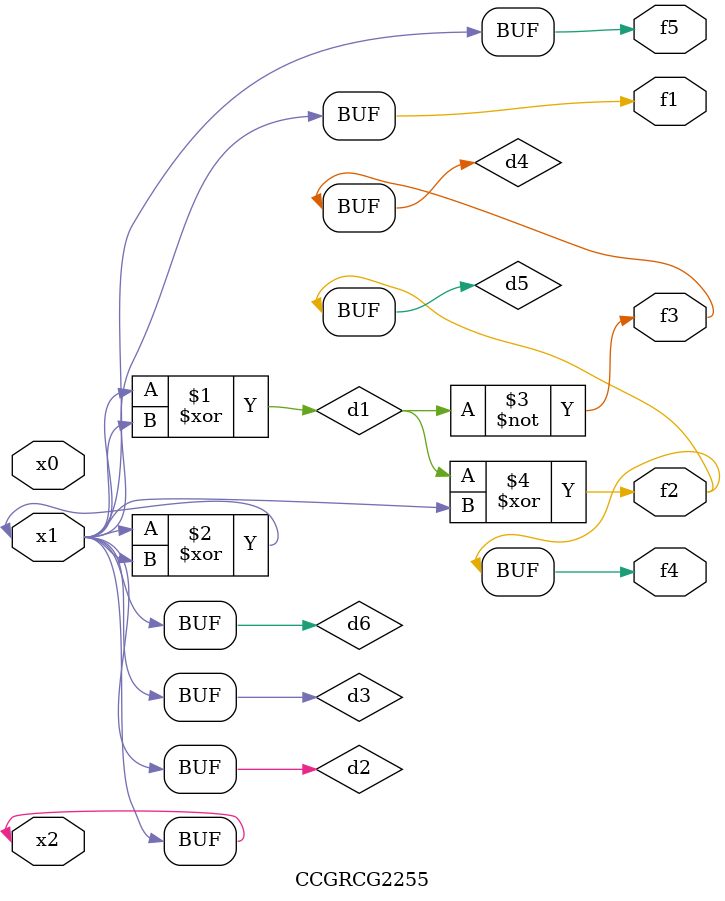
<source format=v>
module CCGRCG2255(
	input x0, x1, x2,
	output f1, f2, f3, f4, f5
);

	wire d1, d2, d3, d4, d5, d6;

	xor (d1, x1, x2);
	buf (d2, x1, x2);
	xor (d3, x1, x2);
	nor (d4, d1);
	xor (d5, d1, d2);
	buf (d6, d2, d3);
	assign f1 = d6;
	assign f2 = d5;
	assign f3 = d4;
	assign f4 = d5;
	assign f5 = d6;
endmodule

</source>
